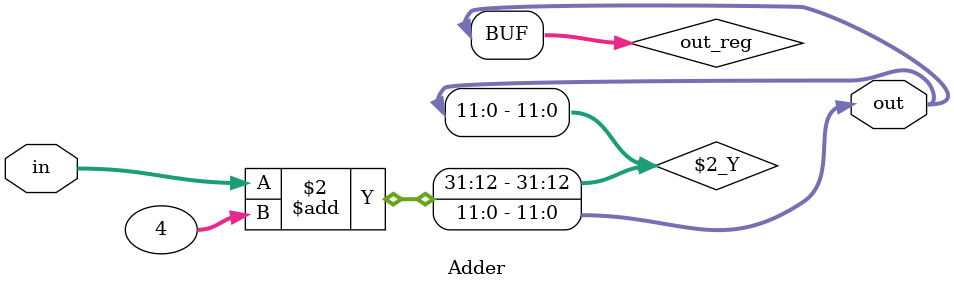
<source format=v>
`timescale 1ns / 1ps

module Adder(
    input [11:0] in,
    output [11:0] out
    );
reg [11:0] out_reg;

always@(*)
begin

    out_reg = in + 4;

end
assign out = out_reg;
endmodule


















</source>
